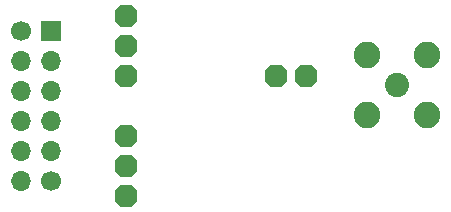
<source format=gbr>
%TF.GenerationSoftware,KiCad,Pcbnew,9.0.7*%
%TF.CreationDate,2026-01-30T12:17:07+01:00*%
%TF.ProjectId,rfiq-1,72666971-2d31-42e6-9b69-6361645f7063,1a*%
%TF.SameCoordinates,Original*%
%TF.FileFunction,Soldermask,Bot*%
%TF.FilePolarity,Negative*%
%FSLAX46Y46*%
G04 Gerber Fmt 4.6, Leading zero omitted, Abs format (unit mm)*
G04 Created by KiCad (PCBNEW 9.0.7) date 2026-01-30 12:17:07*
%MOMM*%
%LPD*%
G01*
G04 APERTURE LIST*
G04 Aperture macros list*
%AMOutline5P*
0 Free polygon, 5 corners , with rotation*
0 The origin of the aperture is its center*
0 number of corners: always 5*
0 $1 to $10 corner X, Y*
0 $11 Rotation angle, in degrees counterclockwise*
0 create outline with 5 corners*
4,1,5,$1,$2,$3,$4,$5,$6,$7,$8,$9,$10,$1,$2,$11*%
%AMOutline6P*
0 Free polygon, 6 corners , with rotation*
0 The origin of the aperture is its center*
0 number of corners: always 6*
0 $1 to $12 corner X, Y*
0 $13 Rotation angle, in degrees counterclockwise*
0 create outline with 6 corners*
4,1,6,$1,$2,$3,$4,$5,$6,$7,$8,$9,$10,$11,$12,$1,$2,$13*%
%AMOutline7P*
0 Free polygon, 7 corners , with rotation*
0 The origin of the aperture is its center*
0 number of corners: always 7*
0 $1 to $14 corner X, Y*
0 $15 Rotation angle, in degrees counterclockwise*
0 create outline with 7 corners*
4,1,7,$1,$2,$3,$4,$5,$6,$7,$8,$9,$10,$11,$12,$13,$14,$1,$2,$15*%
%AMOutline8P*
0 Free polygon, 8 corners , with rotation*
0 The origin of the aperture is its center*
0 number of corners: always 8*
0 $1 to $16 corner X, Y*
0 $17 Rotation angle, in degrees counterclockwise*
0 create outline with 8 corners*
4,1,8,$1,$2,$3,$4,$5,$6,$7,$8,$9,$10,$11,$12,$13,$14,$15,$16,$1,$2,$17*%
G04 Aperture macros list end*
%ADD10Outline8P,-0.950000X0.475000X-0.475000X0.950000X0.475000X0.950000X0.950000X0.475000X0.950000X-0.475000X0.475000X-0.950000X-0.475000X-0.950000X-0.950000X-0.475000X0.000000*%
%ADD11C,2.050000*%
%ADD12C,2.250000*%
%ADD13R,1.700000X1.700000*%
%ADD14O,1.700000X1.700000*%
%ADD15C,1.700000*%
G04 APERTURE END LIST*
D10*
%TO.C,TP10*%
X170300000Y-97920000D03*
%TD*%
%TO.C,TP6*%
X170300000Y-90300000D03*
%TD*%
%TO.C,TP2*%
X170300000Y-100460000D03*
%TD*%
%TO.C,TP5*%
X170300000Y-87760000D03*
%TD*%
%TO.C,TP4*%
X185540000Y-90300000D03*
%TD*%
%TO.C,TP7*%
X170300000Y-85220000D03*
%TD*%
%TO.C,TP13*%
X183000000Y-90300000D03*
%TD*%
%TO.C,TP1*%
X170300000Y-95380000D03*
%TD*%
D11*
%TO.C,J1*%
X193260000Y-91060000D03*
D12*
X195800000Y-88520000D03*
X190720000Y-88520000D03*
X195800000Y-93600000D03*
X190720000Y-93600000D03*
%TD*%
D13*
%TO.C,J4*%
X163950000Y-86490000D03*
D14*
X163950000Y-89030000D03*
X163950000Y-91570000D03*
X163950000Y-94110000D03*
X163950000Y-96650000D03*
D15*
X163950000Y-99190000D03*
X161410000Y-86490000D03*
D14*
X161410000Y-89030000D03*
X161410000Y-91570000D03*
X161410000Y-94110000D03*
X161410000Y-96650000D03*
X161410000Y-99190000D03*
%TD*%
M02*

</source>
